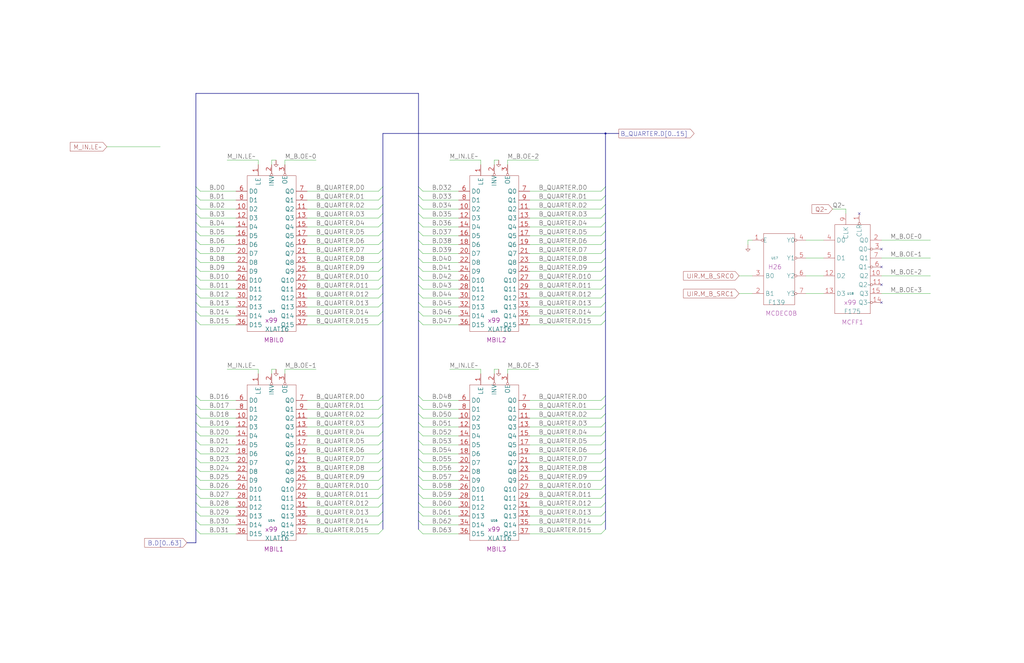
<source format=kicad_sch>
(kicad_sch (version 20230121) (generator eeschema)
  (paper "User" 584.2 378.46)
  (title_block (title "MULTIPLIER B INPUT LATCH") (date "22-MAR-90") (rev "1.0") (comment 1 "VALUE") (comment 2 "232-003063") (comment 3 "S400") (comment 4 "RELEASED"))
  (lib_symbols
    (symbol "r1000:F139" (pin_names (offset 1.016))
      (property "Reference" "U" (at 2.54 5.08 0))
      (property "Value" "F139" (at -1.27 -20.32 0))
      (property "Location" "___" (at -1.27 0 0))
      (property "Name" "______" (at 6.35 -27.94 0))
      (symbol "F139_1_1"
        (circle (center -4.445 15.24) (radius 0.635))
        (rectangle (start -3.81 19.05) (end 13.97 -21.59))
        (circle (center 14.605 -15.24) (radius 0.635))
        (circle (center 14.605 -5.08) (radius 0.635))
        (circle (center 14.605 5.08) (radius 0.635))
        (circle (center 14.605 15.24) (radius 0.635))
        (pin input line (at -10.16 15.24 0) (length 5.08) (name "E") (number "1"))
        (pin input line (at -10.16 -15.24 0) (length 6.35) (name "B1") (number "2"))
        (pin input line (at -10.16 -5.08 0) (length 6.35) (name "B0") (number "3"))
        (pin output line (at 20.32 15.24 180) (length 5.08) (name "Y0") (number "4"))
        (pin output line (at 20.32 5.08 180) (length 5.08) (name "Y1") (number "5"))
        (pin output line (at 20.32 -5.08 180) (length 5.08) (name "Y2") (number "6"))
        (pin output line (at 20.32 -15.24 180) (length 5.08) (name "Y3") (number "7"))
      )
    )
    (symbol "r1000:F175" (pin_names (offset 1.016))
      (property "Reference" "U" (at 2.54 5.08 0))
      (property "Value" "F175" (at -1.27 -5.08 0))
      (property "Location" "___" (at -1.27 0 0))
      (property "Name" "______" (at 3.81 -12.7 0))
      (symbol "F175_1_1"
        (rectangle (start -6.35 44.45) (end 13.97 -6.35))
        (circle (center 7.62 45.085) (radius 0.635))
        (circle (center 14.605 0) (radius 0.635))
        (circle (center 14.605 10.16) (radius 0.635))
        (circle (center 14.605 20.32) (radius 0.635))
        (circle (center 14.605 30.48) (radius 0.635))
        (pin input line (at 7.62 50.8 270) (length 5.08) (name "CLR") (number "1"))
        (pin output line (at 20.32 15.24 180) (length 6.35) (name "Q2") (number "10"))
        (pin output line (at 20.32 10.16 180) (length 5.08) (name "Q2~") (number "11"))
        (pin input line (at -12.7 15.24 0) (length 6.35) (name "D2") (number "12"))
        (pin input line (at -12.7 5.08 0) (length 6.35) (name "D3") (number "13"))
        (pin output line (at 20.32 0 180) (length 5.08) (name "Q3~") (number "14"))
        (pin output line (at 20.32 5.08 180) (length 6.35) (name "Q3") (number "15"))
        (pin output line (at 20.32 35.56 180) (length 6.35) (name "Q0") (number "2"))
        (pin output line (at 20.32 30.48 180) (length 5.08) (name "Q0~") (number "3"))
        (pin input line (at -12.7 35.56 0) (length 6.35) (name "D0") (number "4"))
        (pin input line (at -12.7 25.4 0) (length 6.35) (name "D1") (number "5"))
        (pin output line (at 20.32 20.32 180) (length 5.08) (name "Q1~") (number "6"))
        (pin output line (at 20.32 25.4 180) (length 6.35) (name "Q1") (number "7"))
        (pin input line (at 0 50.8 270) (length 6.35) (name "CLK") (number "9"))
      )
    )
    (symbol "r1000:PD" (power) (pin_numbers hide) (pin_names hide) (in_bom no)
      (symbol "PD_0_1"
        (polyline (pts (xy 0 -2.54) (xy 1.27 -2.54) (xy 0 -3.81) (xy -1.27 -2.54) (xy 0 -2.54)) (stroke (width 0.1524)))
      )
      (symbol "PD_1_1"
        (pin power_in line (at 0 0 270) (length 2.54) (name "PD") (number "1"))
      )
    )
    (symbol "r1000:XLAT16" (pin_names (offset 1.016))
      (property "Reference" "U" (at 2.54 5.08 0))
      (property "Value" "XLAT16" (at -1.27 -5.08 0))
      (property "Location" "___" (at -1.27 0 0))
      (property "Name" "______" (at 3.81 -12.7 0))
      (symbol "XLAT16_1_1"
        (rectangle (start -11.43 82.55) (end 16.51 -6.35))
        (circle (center 2.54 83.185) (radius 0.635))
        (circle (center 10.16 83.185) (radius 0.635))
        (pin input line (at -5.08 88.9 270) (length 6.35) (name "LE") (number "1"))
        (pin input line (at -17.78 63.5 0) (length 6.35) (name "D2") (number "10"))
        (pin tri_state line (at 22.86 63.5 180) (length 6.35) (name "Q2") (number "11"))
        (pin input line (at -17.78 58.42 0) (length 6.35) (name "D3") (number "12"))
        (pin tri_state line (at 22.86 58.42 180) (length 6.35) (name "Q3") (number "13"))
        (pin input line (at -17.78 53.34 0) (length 6.35) (name "D4") (number "14"))
        (pin tri_state line (at 22.86 53.34 180) (length 6.35) (name "Q4") (number "15"))
        (pin input line (at -17.78 48.26 0) (length 6.35) (name "D5") (number "16"))
        (pin tri_state line (at 22.86 48.26 180) (length 6.35) (name "Q5") (number "17"))
        (pin input line (at -17.78 43.18 0) (length 6.35) (name "D6") (number "18"))
        (pin tri_state line (at 22.86 43.18 180) (length 6.35) (name "Q6") (number "19"))
        (pin input line (at 2.54 88.9 270) (length 5.08) (name "INV") (number "2"))
        (pin input line (at -17.78 38.1 0) (length 6.35) (name "D7") (number "20"))
        (pin tri_state line (at 22.86 38.1 180) (length 6.35) (name "Q7") (number "21"))
        (pin input line (at -17.78 33.02 0) (length 6.35) (name "D8") (number "22"))
        (pin tri_state line (at 22.86 33.02 180) (length 6.35) (name "Q8") (number "23"))
        (pin input line (at -17.78 27.94 0) (length 6.35) (name "D9") (number "24"))
        (pin tri_state line (at 22.86 27.94 180) (length 6.35) (name "Q9") (number "25"))
        (pin input line (at -17.78 22.86 0) (length 6.35) (name "D10") (number "26"))
        (pin tri_state line (at 22.86 22.86 180) (length 6.35) (name "Q10") (number "27"))
        (pin input line (at -17.78 17.78 0) (length 6.35) (name "D11") (number "28"))
        (pin tri_state line (at 22.86 17.78 180) (length 6.35) (name "Q11") (number "29"))
        (pin input line (at 10.16 88.9 270) (length 5.08) (name "OE") (number "3"))
        (pin input line (at -17.78 12.7 0) (length 6.35) (name "D12") (number "30"))
        (pin tri_state line (at 22.86 12.7 180) (length 6.35) (name "Q12") (number "31"))
        (pin input line (at -17.78 7.62 0) (length 6.35) (name "D13") (number "32"))
        (pin tri_state line (at 22.86 7.62 180) (length 6.35) (name "Q13") (number "33"))
        (pin input line (at -17.78 2.54 0) (length 6.35) (name "D14") (number "34"))
        (pin tri_state line (at 22.86 2.54 180) (length 6.35) (name "Q14") (number "35"))
        (pin input line (at -17.78 -2.54 0) (length 6.35) (name "D15") (number "36"))
        (pin tri_state line (at 22.86 -2.54 180) (length 6.35) (name "Q15") (number "37"))
        (pin input line (at -17.78 73.66 0) (length 6.35) (name "D0") (number "6"))
        (pin tri_state line (at 22.86 73.66 180) (length 6.35) (name "Q0") (number "7"))
        (pin input line (at -17.78 68.58 0) (length 6.35) (name "D1") (number "8"))
        (pin tri_state line (at 22.86 68.58 180) (length 6.35) (name "Q1") (number "9"))
      )
    )
  )
  (junction (at 345.44 76.2))
  (no_connect (at 502.92 162.56))
  (no_connect (at 502.92 172.72))
  (no_connect (at 490.22 121.92))
  (no_connect (at 502.92 152.4))
  (no_connect (at 502.92 142.24))
  (bus_entry (at 111.76 261.62) (size 2.54 2.54))
  (bus_entry (at 238.76 106.68) (size 2.54 2.54))
  (bus_entry (at 345.44 226.06) (size -2.54 2.54))
  (bus_entry (at 218.44 172.72) (size -2.54 2.54))
  (bus_entry (at 218.44 157.48) (size -2.54 2.54))
  (bus_entry (at 345.44 132.08) (size -2.54 2.54))
  (bus_entry (at 111.76 121.92) (size 2.54 2.54))
  (bus_entry (at 111.76 226.06) (size 2.54 2.54))
  (bus_entry (at 345.44 182.88) (size -2.54 2.54))
  (bus_entry (at 238.76 162.56) (size 2.54 2.54))
  (bus_entry (at 218.44 226.06) (size -2.54 2.54))
  (bus_entry (at 111.76 297.18) (size 2.54 2.54))
  (bus_entry (at 218.44 302.26) (size -2.54 2.54))
  (bus_entry (at 238.76 236.22) (size 2.54 2.54))
  (bus_entry (at 345.44 111.76) (size -2.54 2.54))
  (bus_entry (at 111.76 111.76) (size 2.54 2.54))
  (bus_entry (at 345.44 137.16) (size -2.54 2.54))
  (bus_entry (at 111.76 137.16) (size 2.54 2.54))
  (bus_entry (at 111.76 147.32) (size 2.54 2.54))
  (bus_entry (at 111.76 276.86) (size 2.54 2.54))
  (bus_entry (at 111.76 271.78) (size 2.54 2.54))
  (bus_entry (at 238.76 261.62) (size 2.54 2.54))
  (bus_entry (at 218.44 127) (size -2.54 2.54))
  (bus_entry (at 218.44 281.94) (size -2.54 2.54))
  (bus_entry (at 345.44 162.56) (size -2.54 2.54))
  (bus_entry (at 111.76 236.22) (size 2.54 2.54))
  (bus_entry (at 111.76 241.3) (size 2.54 2.54))
  (bus_entry (at 218.44 137.16) (size -2.54 2.54))
  (bus_entry (at 345.44 142.24) (size -2.54 2.54))
  (bus_entry (at 345.44 157.48) (size -2.54 2.54))
  (bus_entry (at 111.76 127) (size 2.54 2.54))
  (bus_entry (at 218.44 152.4) (size -2.54 2.54))
  (bus_entry (at 111.76 246.38) (size 2.54 2.54))
  (bus_entry (at 238.76 182.88) (size 2.54 2.54))
  (bus_entry (at 238.76 121.92) (size 2.54 2.54))
  (bus_entry (at 111.76 231.14) (size 2.54 2.54))
  (bus_entry (at 238.76 297.18) (size 2.54 2.54))
  (bus_entry (at 238.76 266.7) (size 2.54 2.54))
  (bus_entry (at 238.76 292.1) (size 2.54 2.54))
  (bus_entry (at 345.44 297.18) (size -2.54 2.54))
  (bus_entry (at 345.44 256.54) (size -2.54 2.54))
  (bus_entry (at 238.76 157.48) (size 2.54 2.54))
  (bus_entry (at 218.44 236.22) (size -2.54 2.54))
  (bus_entry (at 345.44 287.02) (size -2.54 2.54))
  (bus_entry (at 238.76 152.4) (size 2.54 2.54))
  (bus_entry (at 218.44 231.14) (size -2.54 2.54))
  (bus_entry (at 238.76 241.3) (size 2.54 2.54))
  (bus_entry (at 238.76 281.94) (size 2.54 2.54))
  (bus_entry (at 111.76 281.94) (size 2.54 2.54))
  (bus_entry (at 238.76 276.86) (size 2.54 2.54))
  (bus_entry (at 111.76 266.7) (size 2.54 2.54))
  (bus_entry (at 218.44 147.32) (size -2.54 2.54))
  (bus_entry (at 111.76 116.84) (size 2.54 2.54))
  (bus_entry (at 345.44 292.1) (size -2.54 2.54))
  (bus_entry (at 111.76 142.24) (size 2.54 2.54))
  (bus_entry (at 218.44 106.68) (size -2.54 2.54))
  (bus_entry (at 238.76 137.16) (size 2.54 2.54))
  (bus_entry (at 218.44 132.08) (size -2.54 2.54))
  (bus_entry (at 238.76 111.76) (size 2.54 2.54))
  (bus_entry (at 111.76 256.54) (size 2.54 2.54))
  (bus_entry (at 238.76 116.84) (size 2.54 2.54))
  (bus_entry (at 218.44 251.46) (size -2.54 2.54))
  (bus_entry (at 218.44 256.54) (size -2.54 2.54))
  (bus_entry (at 111.76 162.56) (size 2.54 2.54))
  (bus_entry (at 238.76 287.02) (size 2.54 2.54))
  (bus_entry (at 218.44 292.1) (size -2.54 2.54))
  (bus_entry (at 345.44 106.68) (size -2.54 2.54))
  (bus_entry (at 345.44 177.8) (size -2.54 2.54))
  (bus_entry (at 111.76 172.72) (size 2.54 2.54))
  (bus_entry (at 345.44 236.22) (size -2.54 2.54))
  (bus_entry (at 111.76 152.4) (size 2.54 2.54))
  (bus_entry (at 345.44 167.64) (size -2.54 2.54))
  (bus_entry (at 345.44 116.84) (size -2.54 2.54))
  (bus_entry (at 238.76 167.64) (size 2.54 2.54))
  (bus_entry (at 345.44 147.32) (size -2.54 2.54))
  (bus_entry (at 238.76 256.54) (size 2.54 2.54))
  (bus_entry (at 238.76 172.72) (size 2.54 2.54))
  (bus_entry (at 345.44 281.94) (size -2.54 2.54))
  (bus_entry (at 238.76 132.08) (size 2.54 2.54))
  (bus_entry (at 218.44 116.84) (size -2.54 2.54))
  (bus_entry (at 218.44 287.02) (size -2.54 2.54))
  (bus_entry (at 345.44 172.72) (size -2.54 2.54))
  (bus_entry (at 238.76 142.24) (size 2.54 2.54))
  (bus_entry (at 111.76 292.1) (size 2.54 2.54))
  (bus_entry (at 218.44 162.56) (size -2.54 2.54))
  (bus_entry (at 345.44 121.92) (size -2.54 2.54))
  (bus_entry (at 238.76 246.38) (size 2.54 2.54))
  (bus_entry (at 218.44 241.3) (size -2.54 2.54))
  (bus_entry (at 238.76 127) (size 2.54 2.54))
  (bus_entry (at 111.76 302.26) (size 2.54 2.54))
  (bus_entry (at 218.44 182.88) (size -2.54 2.54))
  (bus_entry (at 218.44 167.64) (size -2.54 2.54))
  (bus_entry (at 345.44 231.14) (size -2.54 2.54))
  (bus_entry (at 345.44 276.86) (size -2.54 2.54))
  (bus_entry (at 218.44 276.86) (size -2.54 2.54))
  (bus_entry (at 345.44 271.78) (size -2.54 2.54))
  (bus_entry (at 111.76 287.02) (size 2.54 2.54))
  (bus_entry (at 218.44 261.62) (size -2.54 2.54))
  (bus_entry (at 345.44 241.3) (size -2.54 2.54))
  (bus_entry (at 218.44 142.24) (size -2.54 2.54))
  (bus_entry (at 238.76 251.46) (size 2.54 2.54))
  (bus_entry (at 345.44 251.46) (size -2.54 2.54))
  (bus_entry (at 218.44 111.76) (size -2.54 2.54))
  (bus_entry (at 111.76 157.48) (size 2.54 2.54))
  (bus_entry (at 238.76 226.06) (size 2.54 2.54))
  (bus_entry (at 218.44 246.38) (size -2.54 2.54))
  (bus_entry (at 111.76 167.64) (size 2.54 2.54))
  (bus_entry (at 345.44 266.7) (size -2.54 2.54))
  (bus_entry (at 238.76 147.32) (size 2.54 2.54))
  (bus_entry (at 111.76 132.08) (size 2.54 2.54))
  (bus_entry (at 218.44 266.7) (size -2.54 2.54))
  (bus_entry (at 345.44 152.4) (size -2.54 2.54))
  (bus_entry (at 238.76 177.8) (size 2.54 2.54))
  (bus_entry (at 238.76 231.14) (size 2.54 2.54))
  (bus_entry (at 238.76 271.78) (size 2.54 2.54))
  (bus_entry (at 218.44 271.78) (size -2.54 2.54))
  (bus_entry (at 218.44 297.18) (size -2.54 2.54))
  (bus_entry (at 111.76 251.46) (size 2.54 2.54))
  (bus_entry (at 111.76 106.68) (size 2.54 2.54))
  (bus_entry (at 345.44 261.62) (size -2.54 2.54))
  (bus_entry (at 345.44 127) (size -2.54 2.54))
  (bus_entry (at 218.44 177.8) (size -2.54 2.54))
  (bus_entry (at 345.44 246.38) (size -2.54 2.54))
  (bus_entry (at 218.44 121.92) (size -2.54 2.54))
  (bus_entry (at 238.76 302.26) (size 2.54 2.54))
  (bus_entry (at 111.76 182.88) (size 2.54 2.54))
  (bus_entry (at 345.44 302.26) (size -2.54 2.54))
  (bus_entry (at 111.76 177.8) (size 2.54 2.54))
  (bus (pts (xy 345.44 172.72) (xy 345.44 177.8)))
  (bus (pts (xy 111.76 261.62) (xy 111.76 266.7)))
  (bus (pts (xy 238.76 127) (xy 238.76 132.08)))
  (bus (pts (xy 218.44 281.94) (xy 218.44 287.02)))
  (wire (pts (xy 302.26 149.86) (xy 342.9 149.86)))
  (wire (pts (xy 302.26 264.16) (xy 342.9 264.16)))
  (wire (pts (xy 175.26 228.6) (xy 215.9 228.6)))
  (bus (pts (xy 345.44 116.84) (xy 345.44 121.92)))
  (wire (pts (xy 241.3 299.72) (xy 261.62 299.72)))
  (wire (pts (xy 426.72 139.7) (xy 426.72 137.16)))
  (wire (pts (xy 175.26 284.48) (xy 215.9 284.48)))
  (wire (pts (xy 256.54 91.44) (xy 274.32 91.44)))
  (bus (pts (xy 218.44 266.7) (xy 218.44 271.78)))
  (wire (pts (xy 302.26 119.38) (xy 342.9 119.38)))
  (wire (pts (xy 129.54 91.44) (xy 147.32 91.44)))
  (wire (pts (xy 459.74 147.32) (xy 469.9 147.32)))
  (wire (pts (xy 302.26 170.18) (xy 342.9 170.18)))
  (wire (pts (xy 175.26 109.22) (xy 215.9 109.22)))
  (bus (pts (xy 218.44 261.62) (xy 218.44 266.7)))
  (wire (pts (xy 114.3 294.64) (xy 134.62 294.64)))
  (wire (pts (xy 289.56 91.44) (xy 289.56 93.98)))
  (bus (pts (xy 345.44 106.68) (xy 345.44 111.76)))
  (bus (pts (xy 345.44 246.38) (xy 345.44 251.46)))
  (wire (pts (xy 302.26 279.4) (xy 342.9 279.4)))
  (wire (pts (xy 114.3 109.22) (xy 134.62 109.22)))
  (bus (pts (xy 111.76 297.18) (xy 111.76 302.26)))
  (bus (pts (xy 111.76 172.72) (xy 111.76 177.8)))
  (wire (pts (xy 114.3 129.54) (xy 134.62 129.54)))
  (bus (pts (xy 345.44 137.16) (xy 345.44 142.24)))
  (bus (pts (xy 345.44 292.1) (xy 345.44 297.18)))
  (bus (pts (xy 345.44 147.32) (xy 345.44 152.4)))
  (wire (pts (xy 302.26 259.08) (xy 342.9 259.08)))
  (bus (pts (xy 238.76 106.68) (xy 238.76 111.76)))
  (bus (pts (xy 345.44 281.94) (xy 345.44 287.02)))
  (wire (pts (xy 241.3 154.94) (xy 261.62 154.94)))
  (wire (pts (xy 459.74 137.16) (xy 469.9 137.16)))
  (wire (pts (xy 241.3 259.08) (xy 261.62 259.08)))
  (wire (pts (xy 114.3 114.3) (xy 134.62 114.3)))
  (wire (pts (xy 302.26 274.32) (xy 342.9 274.32)))
  (bus (pts (xy 218.44 297.18) (xy 218.44 302.26)))
  (wire (pts (xy 114.3 185.42) (xy 134.62 185.42)))
  (wire (pts (xy 302.26 289.56) (xy 342.9 289.56)))
  (wire (pts (xy 284.48 91.44) (xy 281.94 91.44)))
  (wire (pts (xy 502.92 147.32) (xy 530.86 147.32)))
  (wire (pts (xy 114.3 149.86) (xy 134.62 149.86)))
  (wire (pts (xy 157.48 91.44) (xy 154.94 91.44)))
  (bus (pts (xy 238.76 177.8) (xy 238.76 182.88)))
  (bus (pts (xy 106.68 309.88) (xy 111.76 309.88)))
  (wire (pts (xy 289.56 210.82) (xy 307.34 210.82)))
  (bus (pts (xy 238.76 297.18) (xy 238.76 302.26)))
  (wire (pts (xy 175.26 165.1) (xy 215.9 165.1)))
  (wire (pts (xy 241.3 243.84) (xy 261.62 243.84)))
  (bus (pts (xy 218.44 167.64) (xy 218.44 172.72)))
  (wire (pts (xy 241.3 144.78) (xy 261.62 144.78)))
  (wire (pts (xy 302.26 114.3) (xy 342.9 114.3)))
  (wire (pts (xy 175.26 289.56) (xy 215.9 289.56)))
  (wire (pts (xy 274.32 91.44) (xy 274.32 93.98)))
  (bus (pts (xy 345.44 251.46) (xy 345.44 256.54)))
  (wire (pts (xy 241.3 175.26) (xy 261.62 175.26)))
  (wire (pts (xy 302.26 233.68) (xy 342.9 233.68)))
  (bus (pts (xy 111.76 121.92) (xy 111.76 127)))
  (wire (pts (xy 302.26 254) (xy 342.9 254)))
  (wire (pts (xy 154.94 91.44) (xy 154.94 93.98)))
  (bus (pts (xy 111.76 53.34) (xy 238.76 53.34)))
  (bus (pts (xy 345.44 241.3) (xy 345.44 246.38)))
  (bus (pts (xy 218.44 292.1) (xy 218.44 297.18)))
  (bus (pts (xy 218.44 172.72) (xy 218.44 177.8)))
  (wire (pts (xy 162.56 210.82) (xy 162.56 213.36)))
  (bus (pts (xy 238.76 53.34) (xy 238.76 106.68)))
  (wire (pts (xy 114.3 259.08) (xy 134.62 259.08)))
  (wire (pts (xy 241.3 269.24) (xy 261.62 269.24)))
  (bus (pts (xy 238.76 292.1) (xy 238.76 297.18)))
  (bus (pts (xy 345.44 177.8) (xy 345.44 182.88)))
  (bus (pts (xy 111.76 271.78) (xy 111.76 276.86)))
  (wire (pts (xy 302.26 144.78) (xy 342.9 144.78)))
  (bus (pts (xy 218.44 121.92) (xy 218.44 127)))
  (wire (pts (xy 114.3 160.02) (xy 134.62 160.02)))
  (wire (pts (xy 114.3 180.34) (xy 134.62 180.34)))
  (wire (pts (xy 302.26 134.62) (xy 342.9 134.62)))
  (wire (pts (xy 302.26 109.22) (xy 342.9 109.22)))
  (wire (pts (xy 175.26 139.7) (xy 215.9 139.7)))
  (bus (pts (xy 218.44 132.08) (xy 218.44 137.16)))
  (wire (pts (xy 175.26 243.84) (xy 215.9 243.84)))
  (wire (pts (xy 241.3 109.22) (xy 261.62 109.22)))
  (wire (pts (xy 241.3 180.34) (xy 261.62 180.34)))
  (bus (pts (xy 111.76 292.1) (xy 111.76 297.18)))
  (bus (pts (xy 218.44 127) (xy 218.44 132.08)))
  (bus (pts (xy 238.76 251.46) (xy 238.76 256.54)))
  (bus (pts (xy 218.44 246.38) (xy 218.44 251.46)))
  (bus (pts (xy 345.44 132.08) (xy 345.44 137.16)))
  (wire (pts (xy 175.26 149.86) (xy 215.9 149.86)))
  (bus (pts (xy 111.76 236.22) (xy 111.76 241.3)))
  (wire (pts (xy 175.26 144.78) (xy 215.9 144.78)))
  (wire (pts (xy 175.26 129.54) (xy 215.9 129.54)))
  (wire (pts (xy 502.92 167.64) (xy 530.86 167.64)))
  (bus (pts (xy 218.44 147.32) (xy 218.44 152.4)))
  (bus (pts (xy 218.44 106.68) (xy 218.44 111.76)))
  (wire (pts (xy 284.48 210.82) (xy 281.94 210.82)))
  (wire (pts (xy 175.26 180.34) (xy 215.9 180.34)))
  (bus (pts (xy 218.44 182.88) (xy 218.44 226.06)))
  (wire (pts (xy 162.56 210.82) (xy 180.34 210.82)))
  (wire (pts (xy 302.26 228.6) (xy 342.9 228.6)))
  (wire (pts (xy 302.26 269.24) (xy 342.9 269.24)))
  (bus (pts (xy 345.44 142.24) (xy 345.44 147.32)))
  (wire (pts (xy 241.3 160.02) (xy 261.62 160.02)))
  (wire (pts (xy 281.94 91.44) (xy 281.94 93.98)))
  (wire (pts (xy 157.48 210.82) (xy 154.94 210.82)))
  (wire (pts (xy 175.26 160.02) (xy 215.9 160.02)))
  (bus (pts (xy 345.44 127) (xy 345.44 132.08)))
  (bus (pts (xy 111.76 266.7) (xy 111.76 271.78)))
  (bus (pts (xy 238.76 241.3) (xy 238.76 246.38)))
  (bus (pts (xy 345.44 236.22) (xy 345.44 241.3)))
  (wire (pts (xy 289.56 91.44) (xy 307.34 91.44)))
  (bus (pts (xy 111.76 167.64) (xy 111.76 172.72)))
  (bus (pts (xy 111.76 182.88) (xy 111.76 226.06)))
  (bus (pts (xy 111.76 162.56) (xy 111.76 167.64)))
  (bus (pts (xy 218.44 116.84) (xy 218.44 121.92)))
  (bus (pts (xy 218.44 276.86) (xy 218.44 281.94)))
  (bus (pts (xy 238.76 182.88) (xy 238.76 226.06)))
  (wire (pts (xy 129.54 210.82) (xy 147.32 210.82)))
  (wire (pts (xy 302.26 129.54) (xy 342.9 129.54)))
  (wire (pts (xy 241.3 170.18) (xy 261.62 170.18)))
  (bus (pts (xy 345.44 266.7) (xy 345.44 271.78)))
  (wire (pts (xy 302.26 160.02) (xy 342.9 160.02)))
  (wire (pts (xy 241.3 254) (xy 261.62 254)))
  (bus (pts (xy 218.44 76.2) (xy 218.44 106.68)))
  (bus (pts (xy 111.76 132.08) (xy 111.76 137.16)))
  (wire (pts (xy 175.26 248.92) (xy 215.9 248.92)))
  (wire (pts (xy 241.3 119.38) (xy 261.62 119.38)))
  (wire (pts (xy 114.3 124.46) (xy 134.62 124.46)))
  (wire (pts (xy 256.54 210.82) (xy 274.32 210.82)))
  (wire (pts (xy 241.3 294.64) (xy 261.62 294.64)))
  (wire (pts (xy 241.3 274.32) (xy 261.62 274.32)))
  (bus (pts (xy 345.44 256.54) (xy 345.44 261.62)))
  (bus (pts (xy 111.76 256.54) (xy 111.76 261.62)))
  (wire (pts (xy 175.26 185.42) (xy 215.9 185.42)))
  (wire (pts (xy 175.26 269.24) (xy 215.9 269.24)))
  (wire (pts (xy 459.74 157.48) (xy 469.9 157.48)))
  (wire (pts (xy 114.3 170.18) (xy 134.62 170.18)))
  (wire (pts (xy 241.3 114.3) (xy 261.62 114.3)))
  (wire (pts (xy 175.26 124.46) (xy 215.9 124.46)))
  (wire (pts (xy 302.26 284.48) (xy 342.9 284.48)))
  (wire (pts (xy 91.44 83.82) (xy 60.96 83.82)))
  (bus (pts (xy 238.76 167.64) (xy 238.76 172.72)))
  (bus (pts (xy 218.44 256.54) (xy 218.44 261.62)))
  (wire (pts (xy 426.72 137.16) (xy 429.26 137.16)))
  (bus (pts (xy 218.44 142.24) (xy 218.44 147.32)))
  (bus (pts (xy 345.44 182.88) (xy 345.44 226.06)))
  (wire (pts (xy 241.3 233.68) (xy 261.62 233.68)))
  (bus (pts (xy 238.76 152.4) (xy 238.76 157.48)))
  (bus (pts (xy 238.76 132.08) (xy 238.76 137.16)))
  (bus (pts (xy 111.76 137.16) (xy 111.76 142.24)))
  (bus (pts (xy 345.44 162.56) (xy 345.44 167.64)))
  (bus (pts (xy 238.76 261.62) (xy 238.76 266.7)))
  (wire (pts (xy 302.26 139.7) (xy 342.9 139.7)))
  (wire (pts (xy 147.32 91.44) (xy 147.32 93.98)))
  (bus (pts (xy 238.76 271.78) (xy 238.76 276.86)))
  (wire (pts (xy 175.26 170.18) (xy 215.9 170.18)))
  (bus (pts (xy 111.76 226.06) (xy 111.76 231.14)))
  (wire (pts (xy 175.26 304.8) (xy 215.9 304.8)))
  (bus (pts (xy 345.44 76.2) (xy 345.44 106.68)))
  (wire (pts (xy 289.56 210.82) (xy 289.56 213.36)))
  (wire (pts (xy 421.64 157.48) (xy 429.26 157.48)))
  (bus (pts (xy 111.76 142.24) (xy 111.76 147.32)))
  (bus (pts (xy 111.76 241.3) (xy 111.76 246.38)))
  (bus (pts (xy 238.76 226.06) (xy 238.76 231.14)))
  (bus (pts (xy 218.44 231.14) (xy 218.44 236.22)))
  (wire (pts (xy 302.26 238.76) (xy 342.9 238.76)))
  (bus (pts (xy 345.44 152.4) (xy 345.44 157.48)))
  (wire (pts (xy 302.26 165.1) (xy 342.9 165.1)))
  (wire (pts (xy 302.26 175.26) (xy 342.9 175.26)))
  (bus (pts (xy 111.76 281.94) (xy 111.76 287.02)))
  (bus (pts (xy 218.44 251.46) (xy 218.44 256.54)))
  (bus (pts (xy 218.44 157.48) (xy 218.44 162.56)))
  (wire (pts (xy 114.3 134.62) (xy 134.62 134.62)))
  (bus (pts (xy 238.76 111.76) (xy 238.76 116.84)))
  (bus (pts (xy 218.44 137.16) (xy 218.44 142.24)))
  (wire (pts (xy 114.3 144.78) (xy 134.62 144.78)))
  (wire (pts (xy 162.56 91.44) (xy 162.56 93.98)))
  (wire (pts (xy 175.26 233.68) (xy 215.9 233.68)))
  (bus (pts (xy 111.76 116.84) (xy 111.76 121.92)))
  (wire (pts (xy 474.98 119.38) (xy 482.6 119.38)))
  (bus (pts (xy 218.44 241.3) (xy 218.44 246.38)))
  (wire (pts (xy 175.26 279.4) (xy 215.9 279.4)))
  (wire (pts (xy 114.3 175.26) (xy 134.62 175.26)))
  (wire (pts (xy 114.3 289.56) (xy 134.62 289.56)))
  (wire (pts (xy 114.3 243.84) (xy 134.62 243.84)))
  (wire (pts (xy 302.26 124.46) (xy 342.9 124.46)))
  (wire (pts (xy 114.3 139.7) (xy 134.62 139.7)))
  (wire (pts (xy 114.3 304.8) (xy 134.62 304.8)))
  (wire (pts (xy 241.3 304.8) (xy 261.62 304.8)))
  (bus (pts (xy 218.44 111.76) (xy 218.44 116.84)))
  (bus (pts (xy 238.76 172.72) (xy 238.76 177.8)))
  (wire (pts (xy 114.3 233.68) (xy 134.62 233.68)))
  (wire (pts (xy 114.3 264.16) (xy 134.62 264.16)))
  (wire (pts (xy 241.3 129.54) (xy 261.62 129.54)))
  (wire (pts (xy 274.32 210.82) (xy 274.32 213.36)))
  (bus (pts (xy 111.76 127) (xy 111.76 132.08)))
  (bus (pts (xy 238.76 162.56) (xy 238.76 167.64)))
  (bus (pts (xy 238.76 266.7) (xy 238.76 271.78)))
  (bus (pts (xy 238.76 157.48) (xy 238.76 162.56)))
  (wire (pts (xy 302.26 248.92) (xy 342.9 248.92)))
  (wire (pts (xy 175.26 175.26) (xy 215.9 175.26)))
  (bus (pts (xy 345.44 287.02) (xy 345.44 292.1)))
  (wire (pts (xy 241.3 279.4) (xy 261.62 279.4)))
  (wire (pts (xy 281.94 210.82) (xy 281.94 213.36)))
  (bus (pts (xy 111.76 276.86) (xy 111.76 281.94)))
  (bus (pts (xy 345.44 231.14) (xy 345.44 236.22)))
  (bus (pts (xy 111.76 246.38) (xy 111.76 251.46)))
  (bus (pts (xy 345.44 76.2) (xy 353.06 76.2)))
  (wire (pts (xy 241.3 134.62) (xy 261.62 134.62)))
  (wire (pts (xy 175.26 238.76) (xy 215.9 238.76)))
  (bus (pts (xy 238.76 121.92) (xy 238.76 127)))
  (wire (pts (xy 241.3 149.86) (xy 261.62 149.86)))
  (wire (pts (xy 241.3 264.16) (xy 261.62 264.16)))
  (wire (pts (xy 241.3 124.46) (xy 261.62 124.46)))
  (bus (pts (xy 238.76 142.24) (xy 238.76 147.32)))
  (bus (pts (xy 111.76 147.32) (xy 111.76 152.4)))
  (wire (pts (xy 114.3 154.94) (xy 134.62 154.94)))
  (wire (pts (xy 114.3 238.76) (xy 134.62 238.76)))
  (wire (pts (xy 502.92 137.16) (xy 530.86 137.16)))
  (wire (pts (xy 175.26 299.72) (xy 215.9 299.72)))
  (bus (pts (xy 218.44 177.8) (xy 218.44 182.88)))
  (bus (pts (xy 218.44 287.02) (xy 218.44 292.1)))
  (wire (pts (xy 241.3 228.6) (xy 261.62 228.6)))
  (bus (pts (xy 111.76 111.76) (xy 111.76 116.84)))
  (bus (pts (xy 238.76 246.38) (xy 238.76 251.46)))
  (bus (pts (xy 111.76 157.48) (xy 111.76 162.56)))
  (wire (pts (xy 302.26 299.72) (xy 342.9 299.72)))
  (wire (pts (xy 175.26 134.62) (xy 215.9 134.62)))
  (wire (pts (xy 241.3 139.7) (xy 261.62 139.7)))
  (wire (pts (xy 241.3 248.92) (xy 261.62 248.92)))
  (bus (pts (xy 238.76 147.32) (xy 238.76 152.4)))
  (wire (pts (xy 175.26 259.08) (xy 215.9 259.08)))
  (wire (pts (xy 175.26 154.94) (xy 215.9 154.94)))
  (bus (pts (xy 345.44 157.48) (xy 345.44 162.56)))
  (bus (pts (xy 238.76 137.16) (xy 238.76 142.24)))
  (wire (pts (xy 114.3 279.4) (xy 134.62 279.4)))
  (wire (pts (xy 302.26 154.94) (xy 342.9 154.94)))
  (wire (pts (xy 114.3 269.24) (xy 134.62 269.24)))
  (wire (pts (xy 162.56 91.44) (xy 180.34 91.44)))
  (wire (pts (xy 154.94 210.82) (xy 154.94 213.36)))
  (wire (pts (xy 114.3 228.6) (xy 134.62 228.6)))
  (bus (pts (xy 111.76 152.4) (xy 111.76 157.48)))
  (bus (pts (xy 218.44 271.78) (xy 218.44 276.86)))
  (bus (pts (xy 111.76 106.68) (xy 111.76 111.76)))
  (bus (pts (xy 218.44 76.2) (xy 345.44 76.2)))
  (bus (pts (xy 345.44 111.76) (xy 345.44 116.84)))
  (wire (pts (xy 302.26 304.8) (xy 342.9 304.8)))
  (wire (pts (xy 175.26 119.38) (xy 215.9 119.38)))
  (wire (pts (xy 241.3 238.76) (xy 261.62 238.76)))
  (bus (pts (xy 345.44 226.06) (xy 345.44 231.14)))
  (bus (pts (xy 218.44 162.56) (xy 218.44 167.64)))
  (wire (pts (xy 482.6 119.38) (xy 482.6 121.92)))
  (bus (pts (xy 111.76 177.8) (xy 111.76 182.88)))
  (bus (pts (xy 345.44 261.62) (xy 345.44 266.7)))
  (bus (pts (xy 345.44 297.18) (xy 345.44 302.26)))
  (wire (pts (xy 114.3 248.92) (xy 134.62 248.92)))
  (bus (pts (xy 238.76 287.02) (xy 238.76 292.1)))
  (wire (pts (xy 175.26 264.16) (xy 215.9 264.16)))
  (bus (pts (xy 111.76 53.34) (xy 111.76 106.68)))
  (wire (pts (xy 114.3 119.38) (xy 134.62 119.38)))
  (wire (pts (xy 241.3 165.1) (xy 261.62 165.1)))
  (wire (pts (xy 421.64 167.64) (xy 429.26 167.64)))
  (wire (pts (xy 114.3 274.32) (xy 134.62 274.32)))
  (wire (pts (xy 241.3 284.48) (xy 261.62 284.48)))
  (wire (pts (xy 302.26 185.42) (xy 342.9 185.42)))
  (bus (pts (xy 238.76 256.54) (xy 238.76 261.62)))
  (bus (pts (xy 345.44 167.64) (xy 345.44 172.72)))
  (bus (pts (xy 238.76 116.84) (xy 238.76 121.92)))
  (wire (pts (xy 302.26 180.34) (xy 342.9 180.34)))
  (bus (pts (xy 238.76 231.14) (xy 238.76 236.22)))
  (bus (pts (xy 111.76 309.88) (xy 111.76 302.26)))
  (wire (pts (xy 302.26 243.84) (xy 342.9 243.84)))
  (bus (pts (xy 218.44 226.06) (xy 218.44 231.14)))
  (bus (pts (xy 345.44 271.78) (xy 345.44 276.86)))
  (bus (pts (xy 111.76 251.46) (xy 111.76 256.54)))
  (bus (pts (xy 111.76 231.14) (xy 111.76 236.22)))
  (wire (pts (xy 241.3 289.56) (xy 261.62 289.56)))
  (wire (pts (xy 459.74 167.64) (xy 469.9 167.64)))
  (wire (pts (xy 302.26 294.64) (xy 342.9 294.64)))
  (wire (pts (xy 175.26 254) (xy 215.9 254)))
  (wire (pts (xy 241.3 185.42) (xy 261.62 185.42)))
  (bus (pts (xy 218.44 152.4) (xy 218.44 157.48)))
  (wire (pts (xy 175.26 114.3) (xy 215.9 114.3)))
  (bus (pts (xy 238.76 276.86) (xy 238.76 281.94)))
  (bus (pts (xy 345.44 121.92) (xy 345.44 127)))
  (wire (pts (xy 502.92 157.48) (xy 530.86 157.48)))
  (wire (pts (xy 114.3 165.1) (xy 134.62 165.1)))
  (wire (pts (xy 114.3 254) (xy 134.62 254)))
  (bus (pts (xy 218.44 236.22) (xy 218.44 241.3)))
  (bus (pts (xy 111.76 287.02) (xy 111.76 292.1)))
  (bus (pts (xy 345.44 276.86) (xy 345.44 281.94)))
  (wire (pts (xy 114.3 299.72) (xy 134.62 299.72)))
  (wire (pts (xy 147.32 210.82) (xy 147.32 213.36)))
  (wire (pts (xy 175.26 274.32) (xy 215.9 274.32)))
  (bus (pts (xy 238.76 236.22) (xy 238.76 241.3)))
  (wire (pts (xy 114.3 284.48) (xy 134.62 284.48)))
  (wire (pts (xy 175.26 294.64) (xy 215.9 294.64)))
  (bus (pts (xy 238.76 281.94) (xy 238.76 287.02)))
  (label "B.D23" (at 119.38 264.16 0) (effects (font (size 2.54 2.54))))
  (label "B_QUARTER.D10" (at 180.34 160.02 0) (effects (font (size 2.54 2.54))))
  (label "B.D50" (at 246.38 238.76 0) (effects (font (size 2.54 2.54))))
  (label "B_QUARTER.D2" (at 180.34 238.76 0) (effects (font (size 2.54 2.54))))
  (label "B.D10" (at 119.38 160.02 0) (effects (font (size 2.54 2.54))))
  (label "B_QUARTER.D3" (at 180.34 124.46 0) (effects (font (size 2.54 2.54))))
  (label "B_QUARTER.D5" (at 180.34 254 0) (effects (font (size 2.54 2.54))))
  (label "B.D46" (at 246.38 180.34 0) (effects (font (size 2.54 2.54))))
  (label "B_QUARTER.D5" (at 307.34 134.62 0) (effects (font (size 2.54 2.54))))
  (label "B_QUARTER.D15" (at 180.34 304.8 0) (effects (font (size 2.54 2.54))))
  (label "B_QUARTER.D11" (at 307.34 284.48 0) (effects (font (size 2.54 2.54))))
  (label "B.D57" (at 246.38 274.32 0) (effects (font (size 2.54 2.54))))
  (label "B_QUARTER.D5" (at 307.34 254 0) (effects (font (size 2.54 2.54))))
  (label "B.D41" (at 246.38 154.94 0) (effects (font (size 2.54 2.54))))
  (label "B_QUARTER.D3" (at 307.34 124.46 0) (effects (font (size 2.54 2.54))))
  (label "B.D49" (at 246.38 233.68 0) (effects (font (size 2.54 2.54))))
  (label "B.D0" (at 119.38 109.22 0) (effects (font (size 2.54 2.54))))
  (label "B_QUARTER.D12" (at 180.34 289.56 0) (effects (font (size 2.54 2.54))))
  (label "B.D29" (at 119.38 294.64 0) (effects (font (size 2.54 2.54))))
  (label "B_QUARTER.D15" (at 180.34 185.42 0) (effects (font (size 2.54 2.54))))
  (label "B_QUARTER.D5" (at 180.34 134.62 0) (effects (font (size 2.54 2.54))))
  (label "B.D43" (at 246.38 165.1 0) (effects (font (size 2.54 2.54))))
  (label "B_QUARTER.D4" (at 307.34 129.54 0) (effects (font (size 2.54 2.54))))
  (label "B.D4" (at 119.38 129.54 0) (effects (font (size 2.54 2.54))))
  (label "B_QUARTER.D7" (at 307.34 144.78 0) (effects (font (size 2.54 2.54))))
  (label "B.D20" (at 119.38 248.92 0) (effects (font (size 2.54 2.54))))
  (label "B.D25" (at 119.38 274.32 0) (effects (font (size 2.54 2.54))))
  (label "B.D38" (at 246.38 139.7 0) (effects (font (size 2.54 2.54))))
  (label "M_B.OE~3" (at 289.56 210.82 0) (effects (font (size 2.54 2.54))))
  (label "B.D14" (at 119.38 180.34 0) (effects (font (size 2.54 2.54))))
  (label "B.D8" (at 119.38 149.86 0) (effects (font (size 2.54 2.54))))
  (label "B_QUARTER.D8" (at 180.34 269.24 0) (effects (font (size 2.54 2.54))))
  (label "B.D63" (at 246.38 304.8 0) (effects (font (size 2.54 2.54))))
  (label "B_QUARTER.D9" (at 307.34 274.32 0) (effects (font (size 2.54 2.54))))
  (label "M_IN.LE~" (at 129.54 210.82 0) (effects (font (size 2.54 2.54))))
  (label "B_QUARTER.D2" (at 307.34 238.76 0) (effects (font (size 2.54 2.54))))
  (label "B_QUARTER.D4" (at 307.34 248.92 0) (effects (font (size 2.54 2.54))))
  (label "B_QUARTER.D7" (at 180.34 264.16 0) (effects (font (size 2.54 2.54))))
  (label "B.D22" (at 119.38 259.08 0) (effects (font (size 2.54 2.54))))
  (label "B.D33" (at 246.38 114.3 0) (effects (font (size 2.54 2.54))))
  (label "B_QUARTER.D6" (at 180.34 139.7 0) (effects (font (size 2.54 2.54))))
  (label "B_QUARTER.D6" (at 307.34 139.7 0) (effects (font (size 2.54 2.54))))
  (label "B.D30" (at 119.38 299.72 0) (effects (font (size 2.54 2.54))))
  (label "B.D6" (at 119.38 139.7 0) (effects (font (size 2.54 2.54))))
  (label "B_QUARTER.D10" (at 307.34 160.02 0) (effects (font (size 2.54 2.54))))
  (label "B_QUARTER.D14" (at 307.34 180.34 0) (effects (font (size 2.54 2.54))))
  (label "B.D55" (at 246.38 264.16 0) (effects (font (size 2.54 2.54))))
  (label "B_QUARTER.D14" (at 180.34 180.34 0) (effects (font (size 2.54 2.54))))
  (label "B.D1" (at 119.38 114.3 0) (effects (font (size 2.54 2.54))))
  (label "B_QUARTER.D14" (at 307.34 299.72 0) (effects (font (size 2.54 2.54))))
  (label "B_QUARTER.D10" (at 307.34 279.4 0) (effects (font (size 2.54 2.54))))
  (label "B.D51" (at 246.38 243.84 0) (effects (font (size 2.54 2.54))))
  (label "M_B.OE~0" (at 508 137.16 0) (effects (font (size 2.54 2.54))))
  (label "B.D13" (at 119.38 175.26 0) (effects (font (size 2.54 2.54))))
  (label "B.D40" (at 246.38 149.86 0) (effects (font (size 2.54 2.54))))
  (label "B_QUARTER.D11" (at 307.34 165.1 0) (effects (font (size 2.54 2.54))))
  (label "B_QUARTER.D4" (at 180.34 248.92 0) (effects (font (size 2.54 2.54))))
  (label "B.D5" (at 119.38 134.62 0) (effects (font (size 2.54 2.54))))
  (label "B_QUARTER.D9" (at 180.34 274.32 0) (effects (font (size 2.54 2.54))))
  (label "B_QUARTER.D0" (at 307.34 228.6 0) (effects (font (size 2.54 2.54))))
  (label "B_QUARTER.D3" (at 307.34 243.84 0) (effects (font (size 2.54 2.54))))
  (label "B.D48" (at 246.38 228.6 0) (effects (font (size 2.54 2.54))))
  (label "B.D15" (at 119.38 185.42 0) (effects (font (size 2.54 2.54))))
  (label "B_QUARTER.D1" (at 307.34 114.3 0) (effects (font (size 2.54 2.54))))
  (label "B.D7" (at 119.38 144.78 0) (effects (font (size 2.54 2.54))))
  (label "B_QUARTER.D11" (at 180.34 165.1 0) (effects (font (size 2.54 2.54))))
  (label "B_QUARTER.D12" (at 180.34 170.18 0) (effects (font (size 2.54 2.54))))
  (label "M_B.OE~2" (at 289.56 91.44 0) (effects (font (size 2.54 2.54))))
  (label "B.D58" (at 246.38 279.4 0) (effects (font (size 2.54 2.54))))
  (label "B.D59" (at 246.38 284.48 0) (effects (font (size 2.54 2.54))))
  (label "B.D45" (at 246.38 175.26 0) (effects (font (size 2.54 2.54))))
  (label "B.D11" (at 119.38 165.1 0) (effects (font (size 2.54 2.54))))
  (label "B.D34" (at 246.38 119.38 0) (effects (font (size 2.54 2.54))))
  (label "B_QUARTER.D2" (at 307.34 119.38 0) (effects (font (size 2.54 2.54))))
  (label "B.D28" (at 119.38 289.56 0) (effects (font (size 2.54 2.54))))
  (label "B.D9" (at 119.38 154.94 0) (effects (font (size 2.54 2.54))))
  (label "B.D2" (at 119.38 119.38 0) (effects (font (size 2.54 2.54))))
  (label "M_IN.LE~" (at 256.54 210.82 0) (effects (font (size 2.54 2.54))))
  (label "B_QUARTER.D13" (at 307.34 294.64 0) (effects (font (size 2.54 2.54))))
  (label "B.D19" (at 119.38 243.84 0) (effects (font (size 2.54 2.54))))
  (label "B.D24" (at 119.38 269.24 0) (effects (font (size 2.54 2.54))))
  (label "B.D27" (at 119.38 284.48 0) (effects (font (size 2.54 2.54))))
  (label "B_QUARTER.D13" (at 180.34 175.26 0) (effects (font (size 2.54 2.54))))
  (label "B_QUARTER.D12" (at 307.34 289.56 0) (effects (font (size 2.54 2.54))))
  (label "B_QUARTER.D9" (at 180.34 154.94 0) (effects (font (size 2.54 2.54))))
  (label "B.D21" (at 119.38 254 0) (effects (font (size 2.54 2.54))))
  (label "B_QUARTER.D9" (at 307.34 154.94 0) (effects (font (size 2.54 2.54))))
  (label "Q2~" (at 474.98 119.38 0) (effects (font (size 2.54 2.54))))
  (label "B_QUARTER.D0" (at 180.34 228.6 0) (effects (font (size 2.54 2.54))))
  (label "B_QUARTER.D15" (at 307.34 304.8 0) (effects (font (size 2.54 2.54))))
  (label "M_B.OE~3" (at 508 167.64 0) (effects (font (size 2.54 2.54))))
  (label "B.D53" (at 246.38 254 0) (effects (font (size 2.54 2.54))))
  (label "M_B.OE~0" (at 162.56 91.44 0) (effects (font (size 2.54 2.54))))
  (label "B.D47" (at 246.38 185.42 0) (effects (font (size 2.54 2.54))))
  (label "B_QUARTER.D10" (at 180.34 279.4 0) (effects (font (size 2.54 2.54))))
  (label "B.D37" (at 246.38 134.62 0) (effects (font (size 2.54 2.54))))
  (label "B.D52" (at 246.38 248.92 0) (effects (font (size 2.54 2.54))))
  (label "B.D35" (at 246.38 124.46 0) (effects (font (size 2.54 2.54))))
  (label "B_QUARTER.D1" (at 307.34 233.68 0) (effects (font (size 2.54 2.54))))
  (label "B.D60" (at 246.38 289.56 0) (effects (font (size 2.54 2.54))))
  (label "B.D62" (at 246.38 299.72 0) (effects (font (size 2.54 2.54))))
  (label "B.D16" (at 119.38 228.6 0) (effects (font (size 2.54 2.54))))
  (label "B_QUARTER.D13" (at 307.34 175.26 0) (effects (font (size 2.54 2.54))))
  (label "B.D42" (at 246.38 160.02 0) (effects (font (size 2.54 2.54))))
  (label "B.D31" (at 119.38 304.8 0) (effects (font (size 2.54 2.54))))
  (label "M_B.OE~1" (at 508 147.32 0) (effects (font (size 2.54 2.54))))
  (label "B_QUARTER.D0" (at 180.34 109.22 0) (effects (font (size 2.54 2.54))))
  (label "B_QUARTER.D0" (at 307.34 109.22 0) (effects (font (size 2.54 2.54))))
  (label "B.D32" (at 246.38 109.22 0) (effects (font (size 2.54 2.54))))
  (label "B_QUARTER.D4" (at 180.34 129.54 0) (effects (font (size 2.54 2.54))))
  (label "B_QUARTER.D7" (at 307.34 264.16 0) (effects (font (size 2.54 2.54))))
  (label "B.D12" (at 119.38 170.18 0) (effects (font (size 2.54 2.54))))
  (label "M_B.OE~1" (at 162.56 210.82 0) (effects (font (size 2.54 2.54))))
  (label "B_QUARTER.D8" (at 307.34 149.86 0) (effects (font (size 2.54 2.54))))
  (label "M_IN.LE~" (at 129.54 91.44 0) (effects (font (size 2.54 2.54))))
  (label "B.D17" (at 119.38 233.68 0) (effects (font (size 2.54 2.54))))
  (label "B.D18" (at 119.38 238.76 0) (effects (font (size 2.54 2.54))))
  (label "B_QUARTER.D6" (at 307.34 259.08 0) (effects (font (size 2.54 2.54))))
  (label "B.D26" (at 119.38 279.4 0) (effects (font (size 2.54 2.54))))
  (label "M_IN.LE~" (at 256.54 91.44 0) (effects (font (size 2.54 2.54))))
  (label "B_QUARTER.D8" (at 307.34 269.24 0) (effects (font (size 2.54 2.54))))
  (label "B.D44" (at 246.38 170.18 0) (effects (font (size 2.54 2.54))))
  (label "M_B.OE~2" (at 508 157.48 0) (effects (font (size 2.54 2.54))))
  (label "B_QUARTER.D12" (at 307.34 170.18 0) (effects (font (size 2.54 2.54))))
  (label "B.D54" (at 246.38 259.08 0) (effects (font (size 2.54 2.54))))
  (label "B.D36" (at 246.38 129.54 0) (effects (font (size 2.54 2.54))))
  (label "B_QUARTER.D6" (at 180.34 259.08 0) (effects (font (size 2.54 2.54))))
  (label "B_QUARTER.D7" (at 180.34 144.78 0) (effects (font (size 2.54 2.54))))
  (label "B.D39" (at 246.38 144.78 0) (effects (font (size 2.54 2.54))))
  (label "B.D61" (at 246.38 294.64 0) (effects (font (size 2.54 2.54))))
  (label "B_QUARTER.D8" (at 180.34 149.86 0) (effects (font (size 2.54 2.54))))
  (label "B_QUARTER.D15" (at 307.34 185.42 0) (effects (font (size 2.54 2.54))))
  (label "B_QUARTER.D1" (at 180.34 233.68 0) (effects (font (size 2.54 2.54))))
  (label "B_QUARTER.D14" (at 180.34 299.72 0) (effects (font (size 2.54 2.54))))
  (label "B_QUARTER.D3" (at 180.34 243.84 0) (effects (font (size 2.54 2.54))))
  (label "B.D3" (at 119.38 124.46 0) (effects (font (size 2.54 2.54))))
  (label "B_QUARTER.D2" (at 180.34 119.38 0) (effects (font (size 2.54 2.54))))
  (label "B_QUARTER.D1" (at 180.34 114.3 0) (effects (font (size 2.54 2.54))))
  (label "B_QUARTER.D11" (at 180.34 284.48 0) (effects (font (size 2.54 2.54))))
  (label "B_QUARTER.D13" (at 180.34 294.64 0) (effects (font (size 2.54 2.54))))
  (label "B.D56" (at 246.38 269.24 0) (effects (font (size 2.54 2.54))))
  (global_label "B.D[0..63]" (shape input) (at 106.68 309.88 180) (effects (font (size 2.54 2.54))) (property "Intersheetrefs" "${INTERSHEET_REFS}" (at 82.8645 309.7213 0) (effects (font (size 1.905 1.905)) (justify right))))
  (global_label "B_QUARTER.D[0..15]" (shape output) (at 353.06 76.2 0) (effects (font (size 2.54 2.54))) (property "Intersheetrefs" "${INTERSHEET_REFS}" (at 395.6231 76.0413 0) (effects (font (size 1.905 1.905)) (justify left))))
  (global_label "Q2~" (shape input) (at 474.98 119.38 180) (effects (font (size 2.54 2.54))) (property "Intersheetrefs" "${INTERSHEET_REFS}" (at 457.0911 119.2213 0) (effects (font (size 1.905 1.905)) (justify right))))
  (global_label "UIR.M_B_SRC1" (shape input) (at 421.64 167.64 180) (effects (font (size 2.54 2.54))) (property "Intersheetrefs" "${INTERSHEET_REFS}" (at 389.9626 167.4813 0) (effects (font (size 1.905 1.905)) (justify right))))
  (global_label "M_IN.LE~" (shape input) (at 60.96 83.82 180) (effects (font (size 2.54 2.54))) (property "Intersheetrefs" "${INTERSHEET_REFS}" (at 40.0473 83.6613 0) (effects (font (size 1.905 1.905)) (justify right))))
  (global_label "UIR.M_B_SRC0" (shape input) (at 421.64 157.48 180) (effects (font (size 2.54 2.54))) (property "Intersheetrefs" "${INTERSHEET_REFS}" (at 389.9626 157.3213 0) (effects (font (size 1.905 1.905)) (justify right))))
  (symbol (lib_id "r1000:F139") (at 439.42 152.4 0) (unit 1)
    (property "Reference" "U17" (at 441.96 147.32 0))
    (property "Value" "F139" (at 438.15 172.72 0) (effects (font (size 2.54 2.54)) (justify left)))
    (property "Location" "H26" (at 438.15 152.4 0) (effects (font (size 2.54 2.54)) (justify left)))
    (property "Name" "MCDEC0B" (at 445.77 180.34 0) (effects (font (size 2.54 2.54)) (justify bottom)))
  )
  (symbol (lib_id "r1000:PD") (at 157.48 210.82 0) (unit 1) (in_bom no)
    (property "Reference" "#PWR08" (effects hide))
    (property "Value" "PD" (effects hide))
  )
  (symbol (lib_id "r1000:PD") (at 284.48 210.82 0) (unit 1) (in_bom no)
    (property "Reference" "#PWR010" (effects hide))
    (property "Value" "PD" (effects hide))
  )
  (symbol (lib_id "r1000:PD") (at 157.48 91.44 0) (unit 1) (in_bom no)
    (property "Reference" "#PWR07" (effects hide))
    (property "Value" "PD" (effects hide))
  )
  (symbol (lib_id "r1000:F175") (at 482.6 172.72 0) (unit 1)
    (property "Reference" "U18" (at 485.14 167.64 0))
    (property "Value" "F175" (at 481.33 177.8 0) (effects (font (size 2.54 2.54)) (justify left)))
    (property "Location" "x99" (at 481.33 172.72 0) (effects (font (size 2.54 2.54)) (justify left)))
    (property "Name" "MCFF1" (at 486.41 185.42 0) (effects (font (size 2.54 2.54)) (justify bottom)))
  )
  (symbol (lib_id "r1000:XLAT16") (at 279.4 182.88 0) (unit 1)
    (property "Reference" "U15" (at 281.94 177.8 0))
    (property "Value" "XLAT16" (at 278.13 187.96 0) (effects (font (size 2.54 2.54)) (justify left)))
    (property "Location" "x99" (at 278.13 182.88 0) (effects (font (size 2.54 2.54)) (justify left)))
    (property "Name" "MBIL2" (at 283.21 195.58 0) (effects (font (size 2.54 2.54)) (justify bottom)))
  )
  (symbol (lib_id "r1000:PD") (at 426.72 139.7 0) (unit 1) (in_bom no)
    (property "Reference" "#PWR011" (effects hide))
    (property "Value" "PD" (effects hide))
  )
  (symbol (lib_id "r1000:XLAT16") (at 152.4 182.88 0) (unit 1)
    (property "Reference" "U13" (at 154.94 177.8 0))
    (property "Value" "XLAT16" (at 151.13 187.96 0) (effects (font (size 2.54 2.54)) (justify left)))
    (property "Location" "x99" (at 151.13 182.88 0) (effects (font (size 2.54 2.54)) (justify left)))
    (property "Name" "MBIL0" (at 156.21 195.58 0) (effects (font (size 2.54 2.54)) (justify bottom)))
  )
  (symbol (lib_id "r1000:XLAT16") (at 279.4 302.26 0) (unit 1)
    (property "Reference" "U16" (at 281.94 297.18 0))
    (property "Value" "XLAT16" (at 278.13 307.34 0) (effects (font (size 2.54 2.54)) (justify left)))
    (property "Location" "x99" (at 278.13 302.26 0) (effects (font (size 2.54 2.54)) (justify left)))
    (property "Name" "MBIL3" (at 283.21 314.96 0) (effects (font (size 2.54 2.54)) (justify bottom)))
  )
  (symbol (lib_id "r1000:XLAT16") (at 152.4 302.26 0) (unit 1)
    (property "Reference" "U14" (at 154.94 297.18 0))
    (property "Value" "XLAT16" (at 151.13 307.34 0) (effects (font (size 2.54 2.54)) (justify left)))
    (property "Location" "x99" (at 151.13 302.26 0) (effects (font (size 2.54 2.54)) (justify left)))
    (property "Name" "MBIL1" (at 156.21 314.96 0) (effects (font (size 2.54 2.54)) (justify bottom)))
  )
  (symbol (lib_id "r1000:PD") (at 284.48 91.44 0) (unit 1) (in_bom no)
    (property "Reference" "#PWR09" (effects hide))
    (property "Value" "PD" (effects hide))
  )
)
</source>
